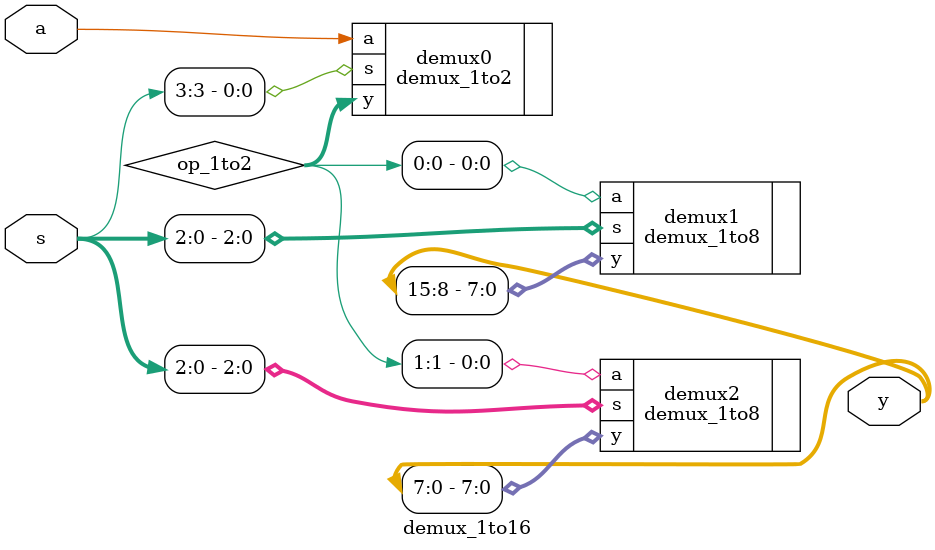
<source format=v>
`include "demux_1to8.v"

module demux_1to16 (
    input a,
    input [3:0] s,
    output [15:0] y
);
  wire [1:0] op_1to2;
  demux_1to2 demux0 (
      .a(a),
      .s(s[3]),
      .y(op_1to2)
  );
  demux_1to8 demux1 (
      .a(op_1to2[0]),
      .s(s[2:0]),
      .y(y[15:8])
  );
  demux_1to8 demux2 (
      .a(op_1to2[1]),
      .s(s[2:0]),
      .y(y[7:0])
  );
endmodule

</source>
